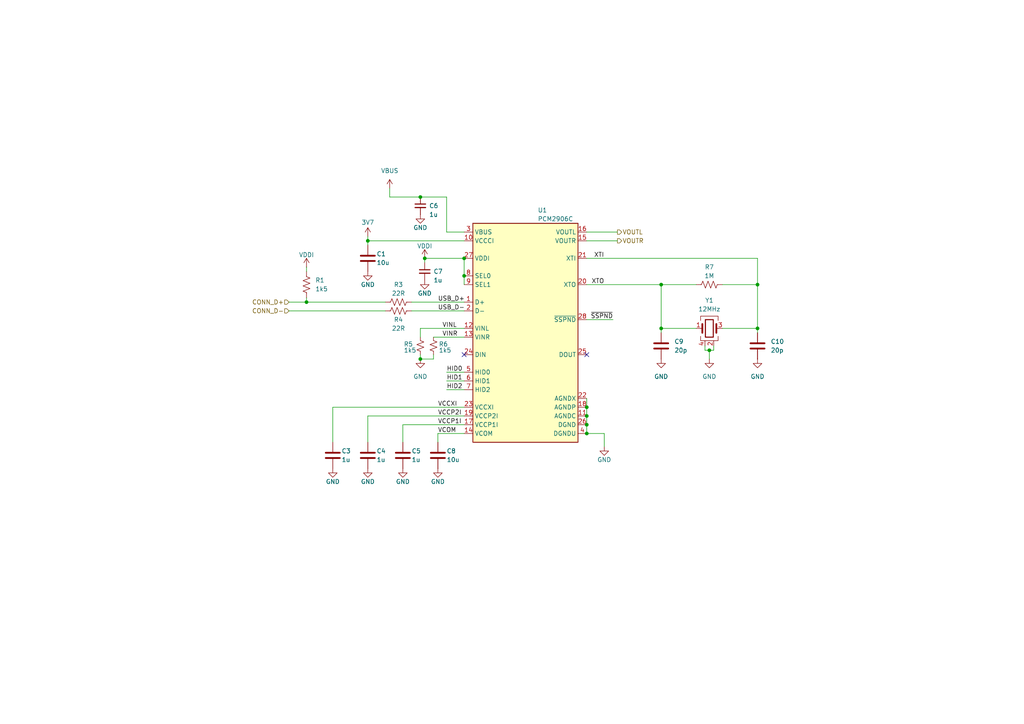
<source format=kicad_sch>
(kicad_sch (version 20231120) (generator "eeschema") (generator_version "8.0")
  (paper "A4")
  (lib_symbols
    (symbol "Audio:PCM2902"
      (property "Reference" "U1" (at 3.556 33.02 0))
      (property "Value" "PCM2902" (at 3.556 30.48 0))
      (symbol "PCM2902_0_1"
        (rectangle (start -15.24 29.21) (end 15.24 -34.29) (stroke (width 0.254)) (fill (type background)))
      )
      (symbol "PCM2902_1_1"
        (pin bidirectional line (at -17.78 6.35 0) (length 2.54) (name "D+") (number "1"))
        (pin passive line (at -17.78 24.13 0) (length 2.54) (name "VCCCI") (number "10"))
        (pin power_in line (at 17.78 -26.67 180) (length 2.54) (name "AGNDC") (number "11"))
        (pin input line (at -17.78 -1.27 0) (length 2.54) (name "VINL") (number "12"))
        (pin input line (at -17.78 -3.81 0) (length 2.54) (name "VINR") (number "13"))
        (pin passive line (at -17.78 -31.75 0) (length 2.54) (name "VCOM") (number "14"))
        (pin output line (at 17.78 24.13 180) (length 2.54) (name "VOUTR") (number "15"))
        (pin output line (at 17.78 26.67 180) (length 2.54) (name "VOUTL") (number "16"))
        (pin passive line (at -17.78 -29.21 0) (length 2.54) (name "VCCP1I") (number "17"))
        (pin power_in line (at 17.78 -24.13 180) (length 2.54) (name "AGNDP") (number "18"))
        (pin passive line (at -17.78 -26.67 0) (length 2.54) (name "VCCP2I") (number "19"))
        (pin bidirectional line (at -17.78 3.81 0) (length 2.54) (name "D-") (number "2"))
        (pin output line (at 17.78 11.43 180) (length 2.54) (name "XTO") (number "20"))
        (pin input line (at 17.78 19.05 180) (length 2.54) (name "XTI") (number "21"))
        (pin power_in line (at 17.78 -21.59 180) (length 2.54) (name "AGNDX") (number "22"))
        (pin passive line (at -17.78 -24.13 0) (length 2.54) (name "VCCXI") (number "23"))
        (pin input line (at -17.78 -8.89 0) (length 2.54) (name "DIN") (number "24"))
        (pin output line (at 17.78 -8.89 180) (length 2.54) (name "DOUT") (number "25"))
        (pin power_in line (at 17.78 -29.21 180) (length 2.54) (name "DGND") (number "26"))
        (pin power_out line (at -17.78 19.05 0) (length 2.54) (name "VDDI") (number "27"))
        (pin output line (at 17.78 1.27 180) (length 2.54) (name "~{SSPND}") (number "28"))
        (pin power_in line (at -17.78 26.67 0) (length 2.54) (name "VBUS") (number "3"))
        (pin power_in line (at 17.78 -31.75 180) (length 2.54) (name "DGNDU") (number "4"))
        (pin input line (at -17.78 -13.97 0) (length 2.54) (name "HID0") (number "5"))
        (pin input line (at -17.78 -16.51 0) (length 2.54) (name "HID1") (number "6"))
        (pin input line (at -17.78 -19.05 0) (length 2.54) (name "HID2") (number "7"))
        (pin input line (at -17.78 13.97 0) (length 2.54) (name "SEL0") (number "8"))
        (pin input line (at -17.78 11.43 0) (length 2.54) (name "SEL1") (number "9"))
      )
    )
    (symbol "Device:C" (pin_numbers hide) (pin_names (offset 0.254))
      (property "Reference" "C" (at 0.635 2.54 0))
      (property "Value" "C" (at 0.635 -2.54 0))
      (symbol "C_0_1"
        (polyline (pts (xy -2.032 -0.762) (xy 2.032 -0.762)) (stroke (width 0.508)))
        (polyline (pts (xy -2.032 0.762) (xy 2.032 0.762)) (stroke (width 0.508)))
      )
      (symbol "C_1_1"
        (pin passive line (at 0 3.81 270) (length 2.794) (name "~") (number "1"))
        (pin passive line (at 0 -3.81 90) (length 2.794) (name "~") (number "2"))
      )
    )
    (symbol "Device:C_Small" (pin_numbers hide) (pin_names (offset 0.254) hide)
      (property "Reference" "C" (at 0.254 1.778 0))
      (property "Value" "C_Small" (at 0.254 -2.032 0))
      (symbol "C_Small_0_1"
        (polyline (pts (xy -1.524 -0.508) (xy 1.524 -0.508)) (stroke (width 0.3302)))
        (polyline (pts (xy -1.524 0.508) (xy 1.524 0.508)) (stroke (width 0.3048)))
      )
      (symbol "C_Small_1_1"
        (pin passive line (at 0 2.54 270) (length 2.032) (name "~") (number "1"))
        (pin passive line (at 0 -2.54 90) (length 2.032) (name "~") (number "2"))
      )
    )
    (symbol "Device:Crystal_GND24" (pin_names (offset 1.016) hide)
      (property "Reference" "Y1" (at 11.43 6.3186 0))
      (property "Value" "Crystal_GND24" (at 11.43 3.7786 0))
      (symbol "Crystal_GND24_0_1"
        (rectangle (start -1.143 2.54) (end 1.143 -2.54) (stroke (width 0.3048)))
        (polyline (pts (xy -2.54 0) (xy -2.032 0)))
        (polyline (pts (xy -2.032 -1.27) (xy -2.032 1.27)) (stroke (width 0.508)))
        (polyline (pts (xy -1.27 -3.81) (xy -1.27 -3.556)))
        (polyline (pts (xy 1.27 -3.81) (xy 1.27 -3.556)))
        (polyline (pts (xy 2.032 -1.27) (xy 2.032 1.27)) (stroke (width 0.508)))
        (polyline (pts (xy 2.032 0) (xy 2.54 0)))
        (polyline (pts (xy -2.54 -2.286) (xy -2.54 -3.556) (xy 2.54 -3.556) (xy 2.54 -2.286)))
        (polyline (pts (xy -2.54 2.286) (xy -2.54 3.556) (xy 2.54 3.556) (xy 2.54 2.286)))
      )
      (symbol "Crystal_GND24_1_1"
        (pin passive line (at -3.81 0 0) (length 1.27) (name "1") (number "1"))
        (pin passive line (at 1.27 -5.08 90) (length 1.27) (name "2") (number "2"))
        (pin passive line (at 3.81 0 180) (length 1.27) (name "3") (number "3"))
        (pin passive line (at -1.27 -5.08 90) (length 1.27) (name "4") (number "4"))
      )
    )
    (symbol "Device:R_Small_US" (pin_numbers hide) (pin_names (offset 0.254) hide)
      (property "Reference" "R" (at 0.762 0.508 0))
      (property "Value" "R_Small_US" (at 0.762 -1.016 0))
      (symbol "R_Small_US_1_1"
        (polyline (pts (xy 0 0) (xy 1.016 -0.381) (xy 0 -0.762) (xy -1.016 -1.143) (xy 0 -1.524)))
        (polyline (pts (xy 0 1.524) (xy 1.016 1.143) (xy 0 0.762) (xy -1.016 0.381) (xy 0 0)))
        (pin passive line (at 0 2.54 270) (length 1.016) (name "~") (number "1"))
        (pin passive line (at 0 -2.54 90) (length 1.016) (name "~") (number "2"))
      )
    )
    (symbol "Device:R_US" (pin_numbers hide) (pin_names (offset 0))
      (property "Reference" "R" (at 2.54 0 90))
      (property "Value" "R_US" (at -2.54 0 90))
      (symbol "R_US_0_1"
        (polyline (pts (xy 0 -2.286) (xy 0 -2.54)))
        (polyline (pts (xy 0 2.286) (xy 0 2.54)))
        (polyline (pts (xy 0 -0.762) (xy 1.016 -1.143) (xy 0 -1.524) (xy -1.016 -1.905) (xy 0 -2.286)))
        (polyline (pts (xy 0 0.762) (xy 1.016 0.381) (xy 0 0) (xy -1.016 -0.381) (xy 0 -0.762)))
        (polyline (pts (xy 0 2.286) (xy 1.016 1.905) (xy 0 1.524) (xy -1.016 1.143) (xy 0 0.762)))
      )
      (symbol "R_US_1_1"
        (pin passive line (at 0 3.81 270) (length 1.27) (name "~") (number "1"))
        (pin passive line (at 0 -3.81 90) (length 1.27) (name "~") (number "2"))
      )
    )
    (symbol "power:+3V3" (power) (pin_numbers hide) (pin_names (offset 0) hide)
      (property "Value" "+3V3" (at 0 3.556 0))
      (symbol "+3V3_0_1"
        (polyline (pts (xy -0.762 1.27) (xy 0 2.54)))
        (polyline (pts (xy 0 0) (xy 0 2.54)))
        (polyline (pts (xy 0 2.54) (xy 0.762 1.27)))
      )
      (symbol "+3V3_1_1"
        (pin power_in line (at 0 0 90) (length 0) (name "~") (number "1"))
      )
    )
    (symbol "power:GND" (power) (pin_numbers hide) (pin_names (offset 0) hide)
      (property "Value" "GND" (at 0 -3.81 0))
      (symbol "GND_0_1"
        (polyline (pts (xy 0 0) (xy 0 -1.27) (xy 1.27 -1.27) (xy 0 -2.54) (xy -1.27 -1.27) (xy 0 -1.27)))
      )
      (symbol "GND_1_1"
        (pin power_in line (at 0 0 270) (length 0) (name "~") (number "1"))
      )
    )
    (symbol "power:VBUS" (power) (pin_numbers hide) (pin_names (offset 0) hide)
      (property "Value" "VBUS" (at 0 3.556 0))
      (symbol "VBUS_0_1"
        (polyline (pts (xy -0.762 1.27) (xy 0 2.54)))
        (polyline (pts (xy 0 0) (xy 0 2.54)))
        (polyline (pts (xy 0 2.54) (xy 0.762 1.27)))
      )
      (symbol "VBUS_1_1"
        (pin power_in line (at 0 0 90) (length 0) (name "~") (number "1"))
      )
    )
  )
  (junction (at 219.71 82.55))
  (junction (at 191.77 95.25))
  (junction (at 170.18 118.11))
  (junction (at 134.62 80.01))
  (junction (at 205.74 101.6))
  (junction (at 106.68 69.85))
  (junction (at 88.9 87.63))
  (junction (at 121.92 57.15))
  (junction (at 191.77 82.55))
  (junction (at 134.62 74.93))
  (junction (at 121.92 104.14))
  (junction (at 123.19 74.93))
  (junction (at 219.71 95.25))
  (junction (at 170.18 123.19))
  (junction (at 170.18 125.73))
  (junction (at 170.18 120.65))
  (no_connect (at 170.18 102.87))
  (no_connect (at 134.62 102.87))
  (wire (pts (xy 119.38 87.63) (xy 134.62 87.63)))
  (wire (pts (xy 205.74 104.14) (xy 205.74 101.6)))
  (wire (pts (xy 204.47 101.6) (xy 204.47 100.33)))
  (wire (pts (xy 191.77 96.52) (xy 191.77 95.25)))
  (wire (pts (xy 219.71 82.55) (xy 219.71 95.25)))
  (wire (pts (xy 134.62 80.01) (xy 134.62 82.55)))
  (wire (pts (xy 170.18 74.93) (xy 219.71 74.93)))
  (wire (pts (xy 207.01 101.6) (xy 207.01 100.33)))
  (wire (pts (xy 125.73 97.79) (xy 134.62 97.79)))
  (wire (pts (xy 129.54 67.31) (xy 134.62 67.31)))
  (wire (pts (xy 170.18 69.85) (xy 179.07 69.85)))
  (wire (pts (xy 106.68 128.27) (xy 106.68 120.65)))
  (wire (pts (xy 116.84 128.27) (xy 116.84 123.19)))
  (wire (pts (xy 129.54 110.49) (xy 134.62 110.49)))
  (wire (pts (xy 219.71 95.25) (xy 209.55 95.25)))
  (wire (pts (xy 121.92 104.14) (xy 121.92 102.87)))
  (wire (pts (xy 83.82 90.17) (xy 111.76 90.17)))
  (wire (pts (xy 125.73 104.14) (xy 125.73 102.87)))
  (wire (pts (xy 191.77 95.25) (xy 201.93 95.25)))
  (wire (pts (xy 201.93 82.55) (xy 191.77 82.55)))
  (wire (pts (xy 123.19 74.93) (xy 123.19 76.2)))
  (wire (pts (xy 127 125.73) (xy 134.62 125.73)))
  (wire (pts (xy 170.18 82.55) (xy 191.77 82.55)))
  (wire (pts (xy 219.71 82.55) (xy 219.71 74.93)))
  (wire (pts (xy 191.77 82.55) (xy 191.77 95.25)))
  (wire (pts (xy 121.92 97.79) (xy 121.92 95.25)))
  (wire (pts (xy 96.52 118.11) (xy 96.52 128.27)))
  (wire (pts (xy 170.18 115.57) (xy 170.18 118.11)))
  (wire (pts (xy 175.26 125.73) (xy 170.18 125.73)))
  (wire (pts (xy 170.18 67.31) (xy 179.07 67.31)))
  (wire (pts (xy 88.9 77.47) (xy 88.9 78.74)))
  (wire (pts (xy 116.84 123.19) (xy 134.62 123.19)))
  (wire (pts (xy 219.71 95.25) (xy 219.71 96.52)))
  (wire (pts (xy 113.03 57.15) (xy 121.92 57.15)))
  (wire (pts (xy 209.55 82.55) (xy 219.71 82.55)))
  (wire (pts (xy 170.18 92.71) (xy 177.8 92.71)))
  (wire (pts (xy 123.19 74.93) (xy 134.62 74.93)))
  (wire (pts (xy 88.9 86.36) (xy 88.9 87.63)))
  (wire (pts (xy 119.38 90.17) (xy 134.62 90.17)))
  (wire (pts (xy 106.68 69.85) (xy 106.68 71.12)))
  (wire (pts (xy 121.92 104.14) (xy 125.73 104.14)))
  (wire (pts (xy 129.54 107.95) (xy 134.62 107.95)))
  (wire (pts (xy 129.54 67.31) (xy 129.54 57.15)))
  (wire (pts (xy 205.74 101.6) (xy 204.47 101.6)))
  (wire (pts (xy 127 125.73) (xy 127 128.27)))
  (wire (pts (xy 205.74 101.6) (xy 207.01 101.6)))
  (wire (pts (xy 170.18 118.11) (xy 170.18 120.65)))
  (wire (pts (xy 170.18 120.65) (xy 170.18 123.19)))
  (wire (pts (xy 106.68 69.85) (xy 134.62 69.85)))
  (wire (pts (xy 129.54 113.03) (xy 134.62 113.03)))
  (wire (pts (xy 106.68 68.58) (xy 106.68 69.85)))
  (wire (pts (xy 175.26 125.73) (xy 175.26 129.54)))
  (wire (pts (xy 113.03 57.15) (xy 113.03 54.61)))
  (wire (pts (xy 106.68 120.65) (xy 134.62 120.65)))
  (wire (pts (xy 96.52 118.11) (xy 134.62 118.11)))
  (wire (pts (xy 88.9 87.63) (xy 111.76 87.63)))
  (wire (pts (xy 121.92 95.25) (xy 134.62 95.25)))
  (wire (pts (xy 83.82 87.63) (xy 88.9 87.63)))
  (wire (pts (xy 170.18 123.19) (xy 170.18 125.73)))
  (wire (pts (xy 129.54 57.15) (xy 121.92 57.15)))
  (wire (pts (xy 134.62 74.93) (xy 134.62 80.01)))
  (label "USB_D-" (at 127 90.17 0))
  (label "USB_D+" (at 127 87.63 0))
  (label "VCCP2I" (at 127 120.65 0))
  (label "HID0" (at 129.54 107.95 0))
  (label "~{SSPND}" (at 177.8 92.71 180))
  (label "HID1" (at 129.54 110.49 0))
  (label "VCCXI" (at 127 118.11 0))
  (label "VCOM" (at 127 125.73 0))
  (label "VINR" (at 128.27 97.79 0))
  (label "VINL" (at 128.27 95.25 0))
  (label "XTI" (at 175.26 74.93 180))
  (label "HID2" (at 129.54 113.03 0))
  (label "XTO" (at 175.26 82.55 180))
  (label "VCCP1I" (at 127 123.19 0))
  (hierarchical_label "CONN_D-" (shape input) (at 83.82 90.17 180))
  (hierarchical_label "VOUTL" (shape output) (at 179.07 67.31 0))
  (hierarchical_label "VOUTR" (shape output) (at 179.07 69.85 0))
  (hierarchical_label "CONN_D+" (shape input) (at 83.82 87.63 180))
  (symbol (lib_id "Device:R_Small_US") (at 121.92 100.33 0) (unit 1)
    (property "Reference" "R5" (at 117.094 99.822 0) (effects (justify left)))
    (property "Value" "1k5" (at 117.094 101.6 0) (effects (justify left)))
    (property "Footprint" "Resistor_SMD:R_0402_1005Metric_Pad0.72x0.64mm_HandSolder" (effects (hide yes)))
    (property "Description" "Resistor, small US symbol" (effects (hide yes)))
  )
  (symbol (lib_id "Device:R_US") (at 205.74 82.55 90) (unit 1)
    (property "Reference" "R7" (at 205.74 77.47 90))
    (property "Value" "1M" (at 205.74 80.01 90))
    (property "Footprint" "Resistor_SMD:R_0402_1005Metric_Pad0.72x0.64mm_HandSolder" (effects (hide yes)))
    (property "Description" "Resistor, US symbol" (effects (hide yes)))
  )
  (symbol (lib_id "power:GND") (at 106.68 78.74 0) (unit 1)
    (property "Reference" "#PWR02" (effects (hide yes)))
    (property "Value" "GND" (at 106.68 82.55 0))
    (property "Description" "Power symbol creates a global label with name \"GND\" , ground" (effects (hide yes)))
  )
  (symbol (lib_id "Device:R_US") (at 88.9 82.55 0) (unit 1)
    (property "Reference" "R1" (at 91.44 81.2799 0) (effects (justify left)))
    (property "Value" "1k5" (at 91.44 83.8199 0) (effects (justify left)))
    (property "Footprint" "Resistor_SMD:R_0402_1005Metric_Pad0.72x0.64mm_HandSolder" (effects (hide yes)))
    (property "Description" "Resistor, US symbol" (effects (hide yes)))
  )
  (symbol (lib_id "Device:C") (at 191.77 100.33 0) (unit 1)
    (property "Reference" "C9" (at 195.58 99.0599 0) (effects (justify left)))
    (property "Value" "20p" (at 195.58 101.5999 0) (effects (justify left)))
    (property "Footprint" "Capacitor_SMD:C_0402_1005Metric_Pad0.74x0.62mm_HandSolder" (effects (hide yes)))
    (property "Description" "Unpolarized capacitor" (effects (hide yes)))
  )
  (symbol (lib_id "power:+3V3") (at 88.9 77.47 0) (unit 1)
    (property "Reference" "#PWR010" (effects (hide yes)))
    (property "Value" "VDDI" (at 88.9 73.914 0))
    (property "Description" "Power symbol creates a global label with name \"+3V3\"" (effects (hide yes)))
  )
  (symbol (lib_id "power:GND") (at 175.26 129.54 0) (unit 1)
    (property "Reference" "#PWR019" (effects (hide yes)))
    (property "Value" "GND" (at 175.26 133.35 0))
    (property "Description" "Power symbol creates a global label with name \"GND\" , ground" (effects (hide yes)))
  )
  (symbol (lib_id "Device:C_Small") (at 123.19 78.74 0) (unit 1)
    (property "Reference" "C7" (at 125.73 78.74 0) (effects (justify left)))
    (property "Value" "1u" (at 125.73 81.28 0) (effects (justify left)))
    (property "Footprint" "Capacitor_SMD:C_0402_1005Metric_Pad0.74x0.62mm_HandSolder" (effects (hide yes)))
    (property "Description" "Unpolarized capacitor, small symbol" (effects (hide yes)))
  )
  (symbol (lib_id "power:GND") (at 106.68 135.89 0) (unit 1)
    (property "Reference" "#PWR011" (effects (hide yes)))
    (property "Value" "GND" (at 106.68 139.7 0))
    (property "Description" "Power symbol creates a global label with name \"GND\" , ground" (effects (hide yes)))
  )
  (symbol (lib_id "power:+3V3") (at 106.68 68.58 0) (unit 1)
    (property "Reference" "#PWR01" (effects (hide yes)))
    (property "Value" "3V7" (at 106.68 64.516 0))
    (property "Description" "Power symbol creates a global label with name \"+3V3\"" (effects (hide yes)))
  )
  (symbol (lib_id "Device:C") (at 106.68 132.08 0) (unit 1)
    (property "Reference" "C4" (at 109.22 130.81 0) (effects (justify left)))
    (property "Value" "1u" (at 109.22 133.35 0) (effects (justify left)))
    (property "Footprint" "Capacitor_SMD:C_0402_1005Metric_Pad0.74x0.62mm_HandSolder" (effects (hide yes)))
    (property "Description" "Unpolarized capacitor" (effects (hide yes)))
  )
  (symbol (lib_id "power:GND") (at 96.52 135.89 0) (unit 1)
    (property "Reference" "#PWR09" (effects (hide yes)))
    (property "Value" "GND" (at 96.52 139.7 0))
    (property "Description" "Power symbol creates a global label with name \"GND\" , ground" (effects (hide yes)))
  )
  (symbol (lib_id "power:+3V3") (at 123.19 74.93 0) (unit 1)
    (property "Reference" "#PWR016" (effects (hide yes)))
    (property "Value" "VDDI" (at 123.19 71.374 0))
    (property "Description" "Power symbol creates a global label with name \"+3V3\"" (effects (hide yes)))
  )
  (symbol (lib_id "Device:C") (at 116.84 132.08 0) (unit 1)
    (property "Reference" "C5" (at 119.38 130.81 0) (effects (justify left)))
    (property "Value" "1u" (at 119.38 133.35 0) (effects (justify left)))
    (property "Footprint" "Capacitor_SMD:C_0402_1005Metric_Pad0.74x0.62mm_HandSolder" (effects (hide yes)))
    (property "Description" "Unpolarized capacitor" (effects (hide yes)))
  )
  (symbol (lib_id "power:GND") (at 205.74 104.14 0) (unit 1)
    (property "Reference" "#PWR021" (effects (hide yes)))
    (property "Value" "GND" (at 205.74 109.22 0))
    (property "Description" "Power symbol creates a global label with name \"GND\" , ground" (effects (hide yes)))
  )
  (symbol (lib_id "power:GND") (at 121.92 62.23 0) (unit 1)
    (property "Reference" "#PWR014" (effects (hide yes)))
    (property "Value" "GND" (at 121.92 66.04 0))
    (property "Description" "Power symbol creates a global label with name \"GND\" , ground" (effects (hide yes)))
  )
  (symbol (lib_id "Device:C") (at 127 132.08 0) (unit 1)
    (property "Reference" "C8" (at 129.54 130.81 0) (effects (justify left)))
    (property "Value" "10u" (at 129.54 133.35 0) (effects (justify left)))
    (property "Footprint" "Capacitor_SMD:C_0805_2012Metric_Pad1.18x1.45mm_HandSolder" (effects (hide yes)))
    (property "Description" "Unpolarized capacitor" (effects (hide yes)))
  )
  (symbol (lib_id "power:GND") (at 121.92 104.14 0) (unit 1)
    (property "Reference" "#PWR015" (effects (hide yes)))
    (property "Value" "GND" (at 121.92 109.22 0))
    (property "Description" "Power symbol creates a global label with name \"GND\" , ground" (effects (hide yes)))
  )
  (symbol (lib_id "Audio:PCM2902") (at 152.4 93.98 0) (unit 1)
    (property "Reference" "U1" (at 155.956 60.96 0) (effects (justify left)))
    (property "Value" "PCM2906C" (at 155.956 63.5 0) (effects (justify left)))
    (property "Footprint" "Package_SO:SSOP-28_5.3x10.2mm_P0.65mm" (effects (hide yes)))
    (property "Description" "Stereo Audio Codec with USB interface, Analog Input/Output, and S/PDIF, SSOP-28" (effects (hide yes)))
  )
  (symbol (lib_id "power:GND") (at 116.84 135.89 0) (unit 1)
    (property "Reference" "#PWR013" (effects (hide yes)))
    (property "Value" "GND" (at 116.84 139.7 0))
    (property "Description" "Power symbol creates a global label with name \"GND\" , ground" (effects (hide yes)))
  )
  (symbol (lib_id "Device:C") (at 96.52 132.08 0) (unit 1)
    (property "Reference" "C3" (at 99.06 130.81 0) (effects (justify left)))
    (property "Value" "1u" (at 99.06 133.35 0) (effects (justify left)))
    (property "Footprint" "Capacitor_SMD:C_0402_1005Metric_Pad0.74x0.62mm_HandSolder" (effects (hide yes)))
    (property "Description" "Unpolarized capacitor" (effects (hide yes)))
  )
  (symbol (lib_id "power:VBUS") (at 113.03 54.61 0) (unit 1)
    (property "Reference" "#PWR012" (effects (hide yes)))
    (property "Value" "VBUS" (at 113.03 49.53 0))
    (property "Description" "Power symbol creates a global label with name \"VBUS\"" (effects (hide yes)))
  )
  (symbol (lib_id "Device:R_Small_US") (at 125.73 100.33 0) (unit 1)
    (property "Reference" "R6" (at 127.254 99.822 0) (effects (justify left)))
    (property "Value" "1k5" (at 127.254 101.5999 0) (effects (justify left)))
    (property "Footprint" "Resistor_SMD:R_0402_1005Metric_Pad0.72x0.64mm_HandSolder" (effects (hide yes)))
    (property "Description" "Resistor, small US symbol" (effects (hide yes)))
  )
  (symbol (lib_id "power:GND") (at 127 135.89 0) (unit 1)
    (property "Reference" "#PWR018" (effects (hide yes)))
    (property "Value" "GND" (at 127 139.7 0))
    (property "Description" "Power symbol creates a global label with name \"GND\" , ground" (effects (hide yes)))
  )
  (symbol (lib_id "Device:C") (at 106.68 74.93 0) (unit 1)
    (property "Reference" "C1" (at 109.22 73.66 0) (effects (justify left)))
    (property "Value" "10u" (at 109.22 76.2 0) (effects (justify left)))
    (property "Footprint" "Capacitor_SMD:C_0805_2012Metric_Pad1.18x1.45mm_HandSolder" (effects (hide yes)))
    (property "Description" "Unpolarized capacitor" (effects (hide yes)))
  )
  (symbol (lib_id "power:GND") (at 123.19 81.28 0) (unit 1)
    (property "Reference" "#PWR017" (effects (hide yes)))
    (property "Value" "GND" (at 123.19 85.09 0))
    (property "Description" "Power symbol creates a global label with name \"GND\" , ground" (effects (hide yes)))
  )
  (symbol (lib_id "power:GND") (at 219.71 104.14 0) (unit 1)
    (property "Reference" "#PWR022" (effects (hide yes)))
    (property "Value" "GND" (at 219.71 109.22 0))
    (property "Description" "Power symbol creates a global label with name \"GND\" , ground" (effects (hide yes)))
  )
  (symbol (lib_id "Device:R_US") (at 115.57 90.17 90) (unit 1)
    (property "Reference" "R4" (at 115.57 92.71 90))
    (property "Value" "22R" (at 115.57 95.25 90))
    (property "Footprint" "Resistor_SMD:R_0402_1005Metric_Pad0.72x0.64mm_HandSolder" (effects (hide yes)))
    (property "Description" "Resistor, US symbol" (effects (hide yes)))
  )
  (symbol (lib_id "Device:R_US") (at 115.57 87.63 90) (unit 1)
    (property "Reference" "R3" (at 115.57 82.55 90))
    (property "Value" "22R" (at 115.57 85.09 90))
    (property "Footprint" "Resistor_SMD:R_0402_1005Metric_Pad0.72x0.64mm_HandSolder" (effects (hide yes)))
    (property "Description" "Resistor, US symbol" (effects (hide yes)))
  )
  (symbol (lib_id "Device:C_Small") (at 121.92 59.69 0) (unit 1)
    (property "Reference" "C6" (at 124.46 59.69 0) (effects (justify left)))
    (property "Value" "1u" (at 124.46 62.23 0) (effects (justify left)))
    (property "Footprint" "Capacitor_SMD:C_0402_1005Metric_Pad0.74x0.62mm_HandSolder" (effects (hide yes)))
    (property "Description" "Unpolarized capacitor, small symbol" (effects (hide yes)))
  )
  (symbol (lib_id "Device:C") (at 219.71 100.33 0) (unit 1)
    (property "Reference" "C10" (at 223.52 99.0599 0) (effects (justify left)))
    (property "Value" "20p" (at 223.52 101.5999 0) (effects (justify left)))
    (property "Footprint" "Capacitor_SMD:C_0402_1005Metric_Pad0.74x0.62mm_HandSolder" (effects (hide yes)))
    (property "Description" "Unpolarized capacitor" (effects (hide yes)))
  )
  (symbol (lib_id "Device:Crystal_GND24") (at 205.74 95.25 0) (unit 1)
    (property "Reference" "Y1" (at 205.74 87.122 0))
    (property "Value" "12MHz" (at 205.74 89.662 0))
    (property "Footprint" "ABM8_12_000MHZ_12_B1U_T:XTAL_ABM8-12.000MHZ-12-B1U-T" (effects (hide yes)))
    (property "Description" "Four pin crystal, GND on pins 2 and 4" (effects (hide yes)))
  )
  (symbol (lib_id "power:GND") (at 191.77 104.14 0) (unit 1)
    (property "Reference" "#PWR020" (effects (hide yes)))
    (property "Value" "GND" (at 191.77 109.22 0))
    (property "Description" "Power symbol creates a global label with name \"GND\" , ground" (effects (hide yes)))
  )
)
</source>
